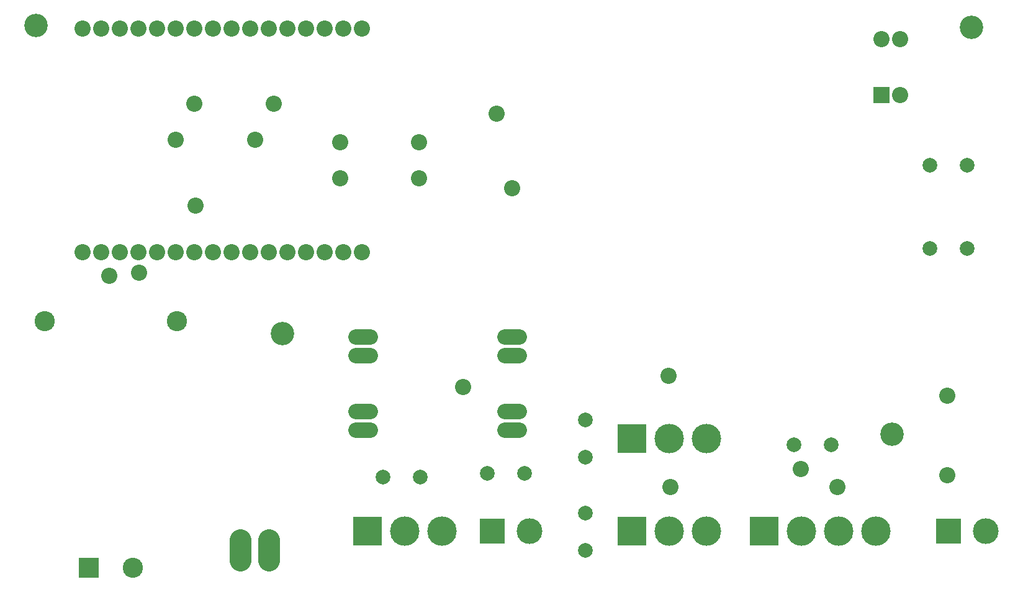
<source format=gbr>
G04 EAGLE Gerber RS-274X export*
G75*
%MOMM*%
%FSLAX34Y34*%
%LPD*%
%INSoldermask Bottom*%
%IPPOS*%
%AMOC8*
5,1,8,0,0,1.08239X$1,22.5*%
G01*
G04 Define Apertures*
%ADD10C,3.203200*%
%ADD11C,3.003200*%
%ADD12R,3.505200X3.505200*%
%ADD13C,3.505200*%
%ADD14R,4.013200X4.013200*%
%ADD15C,4.013200*%
%ADD16C,2.003200*%
%ADD17R,2.743200X2.743200*%
%ADD18C,2.743200*%
%ADD19C,2.203200*%
%ADD20R,2.203200X2.203200*%
%ADD21C,2.133600*%
D10*
X38000Y766000D03*
X1314000Y764000D03*
X1205000Y209000D03*
X374000Y346000D03*
D11*
X355600Y64800D02*
X355600Y36800D01*
X316000Y36800D02*
X316000Y64800D01*
D12*
X659800Y76766D03*
D13*
X710600Y76766D03*
D14*
X489559Y76766D03*
D15*
X540359Y76766D03*
X591159Y76766D03*
D16*
X1122200Y194700D03*
X1071400Y194700D03*
X787400Y228600D03*
X787400Y177800D03*
X787400Y101600D03*
X787400Y50800D03*
X653400Y155600D03*
X704200Y155600D03*
X562000Y150800D03*
X511200Y150800D03*
D14*
X850900Y76766D03*
D15*
X901700Y76766D03*
X952500Y76766D03*
D14*
X850900Y203200D03*
D15*
X901700Y203200D03*
X952500Y203200D03*
D17*
X109700Y26900D03*
D18*
X169700Y26900D03*
X49700Y362900D03*
X229700Y362900D03*
D19*
X254000Y659500D03*
X362200Y659500D03*
X228600Y610000D03*
X336800Y610000D03*
D14*
X1031100Y76766D03*
D15*
X1081900Y76766D03*
X1132700Y76766D03*
X1183500Y76766D03*
D19*
X101600Y457200D03*
X127000Y457200D03*
X152400Y457200D03*
X177800Y457200D03*
X203200Y457200D03*
X228600Y457200D03*
X254000Y457200D03*
X279400Y457200D03*
X304800Y457200D03*
X330200Y457200D03*
X355600Y457200D03*
X381000Y457200D03*
X406400Y457200D03*
X431800Y457200D03*
X457200Y457200D03*
X482600Y457200D03*
X101600Y762000D03*
X127000Y762000D03*
X152400Y762000D03*
X177800Y762000D03*
X203200Y762000D03*
X228600Y762000D03*
X254000Y762000D03*
X279400Y762000D03*
X304800Y762000D03*
X330200Y762000D03*
X355600Y762000D03*
X381000Y762000D03*
X406400Y762000D03*
X431800Y762000D03*
X457200Y762000D03*
X482600Y762000D03*
D20*
X1191300Y670900D03*
D19*
X1191300Y747100D03*
X1216700Y670900D03*
X1216700Y747100D03*
X452400Y558000D03*
X560600Y558000D03*
X452400Y607000D03*
X560600Y607000D03*
D21*
X677052Y342325D02*
X696356Y342325D01*
X696356Y316925D02*
X677052Y316925D01*
X677052Y240725D02*
X696356Y240725D01*
X696356Y215325D02*
X677052Y215325D01*
X493156Y342325D02*
X473852Y342325D01*
X473852Y316925D02*
X493156Y316925D01*
X493156Y240725D02*
X473852Y240725D01*
X473852Y215325D02*
X493156Y215325D01*
D16*
X1257100Y576000D03*
X1307900Y576000D03*
X1257100Y462000D03*
X1307900Y462000D03*
D12*
X1282600Y76766D03*
D13*
X1333400Y76766D03*
D19*
X1281000Y153400D03*
X1281000Y261600D03*
X901000Y289000D03*
X178000Y429540D03*
X903000Y137000D03*
X138000Y425000D03*
X1081000Y162000D03*
X1131000Y137000D03*
X686966Y544426D03*
X666000Y646000D03*
X620000Y273000D03*
X255196Y520920D03*
M02*

</source>
